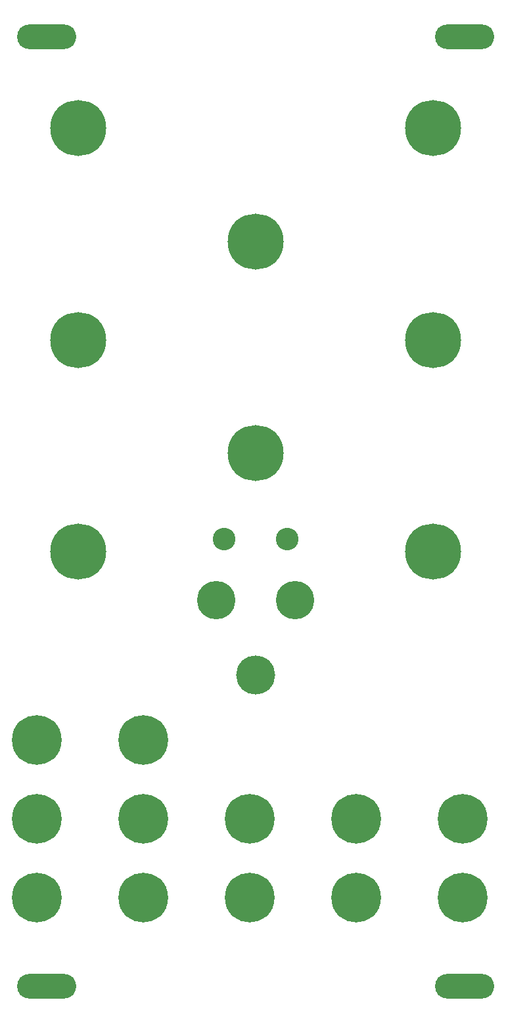
<source format=gbr>
%TF.GenerationSoftware,KiCad,Pcbnew,9.0.0*%
%TF.CreationDate,2025-03-18T20:17:15-04:00*%
%TF.ProjectId,201_Blank_Faceplate,3230315f-426c-4616-9e6b-5f4661636570,rev?*%
%TF.SameCoordinates,Original*%
%TF.FileFunction,Soldermask,Bot*%
%TF.FilePolarity,Negative*%
%FSLAX45Y45*%
G04 Gerber Fmt 4.5, Leading zero omitted, Abs format (unit mm)*
G04 Created by KiCad (PCBNEW 9.0.0) date 2025-03-18 20:17:15*
%MOMM*%
%LPD*%
G01*
G04 APERTURE LIST*
%ADD10C,6.400800*%
%ADD11C,4.953000*%
%ADD12C,7.213600*%
%ADD13O,7.620000X3.200400*%
%ADD14C,2.921000*%
%ADD15C,5.029200*%
G04 APERTURE END LIST*
D10*
%TO.C,REF\u002A\u002A*%
X4292295Y-11912600D03*
%TD*%
%TO.C,REF\u002A\u002A*%
X7035495Y-12928600D03*
%TD*%
D11*
%TO.C,REF\u002A\u002A*%
X6604000Y-10109200D03*
%TD*%
D12*
%TO.C,REF\u002A\u002A*%
X4826000Y-4025900D03*
%TD*%
D13*
%TO.C,REF\u002A\u002A*%
X9804400Y-2844800D03*
%TD*%
D12*
%TO.C,REF\u002A\u002A*%
X7112000Y-8216900D03*
%TD*%
%TO.C,REF\u002A\u002A*%
X9398000Y-6756400D03*
%TD*%
D13*
%TO.C,REF\u002A\u002A*%
X9804400Y-15087600D03*
%TD*%
D12*
%TO.C,REF\u002A\u002A*%
X9398000Y-9486900D03*
%TD*%
D10*
%TO.C,REF\u002A\u002A*%
X4292295Y-12928600D03*
%TD*%
%TO.C,REF\u002A\u002A*%
X5663895Y-12928600D03*
%TD*%
D12*
%TO.C,REF\u002A\u002A*%
X7112000Y-5486400D03*
%TD*%
D10*
%TO.C,REF\u002A\u002A*%
X5664200Y-11912600D03*
%TD*%
D13*
%TO.C,REF\u002A\u002A*%
X4419600Y-15087600D03*
%TD*%
D10*
%TO.C,REF\u002A\u002A*%
X8407095Y-12928600D03*
%TD*%
D13*
%TO.C,REF\u002A\u002A*%
X4419600Y-2844800D03*
%TD*%
D12*
%TO.C,REF\u002A\u002A*%
X4826000Y-9486900D03*
%TD*%
D10*
%TO.C,REF\u002A\u002A*%
X9778695Y-13944600D03*
%TD*%
D12*
%TO.C,REF\u002A\u002A*%
X4826000Y-6756400D03*
%TD*%
D10*
%TO.C,REF\u002A\u002A*%
X5663895Y-13944600D03*
%TD*%
D14*
%TO.C,*%
X7518400Y-9321800D03*
%TD*%
D11*
%TO.C,REF\u002A\u002A*%
X7620000Y-10109200D03*
%TD*%
D15*
%TO.C,REF\u002A\u002A*%
X7112000Y-11074400D03*
%TD*%
D10*
%TO.C,REF\u002A\u002A*%
X4292295Y-13944600D03*
%TD*%
D14*
%TO.C,REF\u002A\u002A*%
X6705600Y-9321800D03*
%TD*%
D10*
%TO.C,REF\u002A\u002A*%
X8407095Y-13944600D03*
%TD*%
D12*
%TO.C,REF\u002A\u002A*%
X9398000Y-4025900D03*
%TD*%
D10*
%TO.C,REF\u002A\u002A*%
X7035495Y-13944600D03*
%TD*%
%TO.C,REF\u002A\u002A*%
X9778695Y-12928600D03*
%TD*%
M02*

</source>
